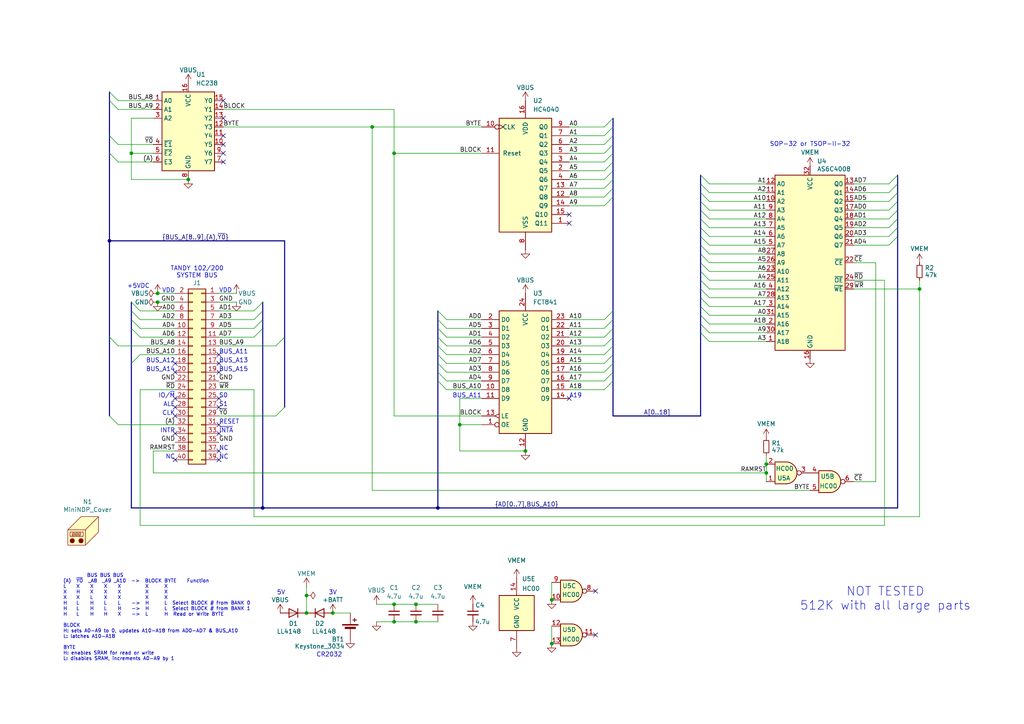
<source format=kicad_sch>
(kicad_sch (version 20231120) (generator "eeschema") (generator_version "8.0")
  (paper "A4")
  (title_block (title "MiniNDP 512") (date "2024-11-25") (rev "G01") (company "Brian K. White - b.kenyon.w@gmail.com") (comment 1 "github.com/bkw777/NODE_DATAPAC") (comment 2 "Use with RAM100.CO or RAM200.CO") (comment 3 "Work-alike of NODE Systems DATAPAC / RAMPAC"))
  (lib_symbols
    (symbol "000_LOCAL:4040" (pin_names (offset 1.016))
      (property "Reference" "U" (at -7.62 16.51 0))
      (property "Value" "4040" (at -7.62 -19.05 0))
      (symbol "4040_1_0"
        (pin output line (at 12.7 -15.24 180) (length 5.08) (name "Q11") (number "1"))
        (pin input inverted_clock (at -12.7 12.7 0) (length 5.08) (name "CLK") (number "10"))
        (pin input line (at -12.7 5.08 0) (length 5.08) (name "Reset") (number "11"))
        (pin output line (at 12.7 -7.62 180) (length 5.08) (name "Q8") (number "12"))
        (pin output line (at 12.7 -5.08 180) (length 5.08) (name "Q7") (number "13"))
        (pin output line (at 12.7 -10.16 180) (length 5.08) (name "Q9") (number "14"))
        (pin output line (at 12.7 -12.7 180) (length 5.08) (name "Q10") (number "15"))
        (pin power_in line (at 0 20.32 270) (length 5.08) (name "VDD") (number "16"))
        (pin output line (at 12.7 0 180) (length 5.08) (name "Q5") (number "2"))
        (pin output line (at 12.7 2.54 180) (length 5.08) (name "Q4") (number "3"))
        (pin output line (at 12.7 -2.54 180) (length 5.08) (name "Q6") (number "4"))
        (pin output line (at 12.7 5.08 180) (length 5.08) (name "Q3") (number "5"))
        (pin output line (at 12.7 7.62 180) (length 5.08) (name "Q2") (number "6"))
        (pin output line (at 12.7 10.16 180) (length 5.08) (name "Q1") (number "7"))
        (pin power_in line (at 0 -22.86 90) (length 5.08) (name "VSS") (number "8"))
        (pin output line (at 12.7 12.7 180) (length 5.08) (name "Q0") (number "9"))
      )
    )
    (symbol "000_LOCAL:74xx00"
      (property "Reference" "U" (at 1.524 8.636 0))
      (property "Value" "74xx00" (at 3.302 6.604 0))
      (symbol "74xx00_1_1"
        (pin input line (at -6.35 2.54 0) (length 2.54) (name "~") (number "1"))
        (pin input line (at -6.35 -2.54 0) (length 2.54) (name "~") (number "2"))
        (pin output inverted (at 6.35 0 180) (length 3.81) (name "~") (number "3"))
      )
      (symbol "74xx00_2_1"
        (pin input line (at -6.35 2.54 0) (length 2.54) (name "~") (number "4"))
        (pin input line (at -6.35 -2.54 0) (length 2.54) (name "~") (number "5"))
        (pin output inverted (at 6.35 0 180) (length 3.81) (name "~") (number "6"))
      )
      (symbol "74xx00_3_1"
        (pin input line (at -6.35 -2.54 0) (length 2.54) (name "~") (number "10"))
        (pin output inverted (at 6.35 0 180) (length 3.81) (name "~") (number "8"))
        (pin input line (at -6.35 2.54 0) (length 2.54) (name "~") (number "9"))
      )
      (symbol "74xx00_4_1"
        (pin output inverted (at 6.35 0 180) (length 3.81) (name "~") (number "11"))
        (pin input line (at -6.35 2.54 0) (length 2.54) (name "~") (number "12"))
        (pin input line (at -6.35 -2.54 0) (length 2.54) (name "~") (number "13"))
      )
      (symbol "74xx00_5_1"
        (pin power_in line (at 0 10.16 270) (length 5.08) (name "VCC") (number "14"))
        (pin power_in line (at 0 -10.16 90) (length 5.08) (name "GND") (number "7"))
      )
    )
    (symbol "000_LOCAL:AS6C4008_DIP"
      (property "Reference" "U" (at -10.16 23.495 0))
      (property "Value" "AS6C4008_DIP" (at 2.54 23.495 0))
      (symbol "AS6C4008_DIP_1_0"
        (pin power_in line (at 0 -30.48 90) (length 2.54) (name "GND") (number "16"))
        (pin power_in line (at 0 25.4 270) (length 2.54) (name "VCC") (number "32"))
      )
      (symbol "AS6C4008_DIP_1_1"
        (pin input line (at -12.7 -25.4 0) (length 2.54) (name "A18") (number "1"))
        (pin input line (at -12.7 15.24 0) (length 2.54) (name "A2") (number "10"))
        (pin input line (at -12.7 17.78 0) (length 2.54) (name "A1") (number "11"))
        (pin input line (at -12.7 20.32 0) (length 2.54) (name "A0") (number "12"))
        (pin tri_state line (at 12.7 20.32 180) (length 2.54) (name "Q0") (number "13"))
        (pin tri_state line (at 12.7 17.78 180) (length 2.54) (name "Q1") (number "14"))
        (pin tri_state line (at 12.7 15.24 180) (length 2.54) (name "Q2") (number "15"))
        (pin tri_state line (at 12.7 12.7 180) (length 2.54) (name "Q3") (number "17"))
        (pin tri_state line (at 12.7 10.16 180) (length 2.54) (name "Q4") (number "18"))
        (pin tri_state line (at 12.7 7.62 180) (length 2.54) (name "Q5") (number "19"))
        (pin input line (at -12.7 -20.32 0) (length 2.54) (name "A16") (number "2"))
        (pin tri_state line (at 12.7 5.08 180) (length 2.54) (name "Q6") (number "20"))
        (pin tri_state line (at 12.7 2.54 180) (length 2.54) (name "Q7") (number "21"))
        (pin input line (at 12.7 -2.54 180) (length 2.54) (name "~{CE}") (number "22"))
        (pin input line (at -12.7 -5.08 0) (length 2.54) (name "A10") (number "23"))
        (pin input line (at 12.7 -7.62 180) (length 2.54) (name "~{OE}") (number "24"))
        (pin input line (at -12.7 -7.62 0) (length 2.54) (name "A11") (number "25"))
        (pin input line (at -12.7 -2.54 0) (length 2.54) (name "A9") (number "26"))
        (pin input line (at -12.7 0 0) (length 2.54) (name "A8") (number "27"))
        (pin input line (at -12.7 -12.7 0) (length 2.54) (name "A13") (number "28"))
        (pin input line (at 12.7 -10.16 180) (length 2.54) (name "~{WE}") (number "29"))
        (pin input line (at -12.7 -15.24 0) (length 2.54) (name "A14") (number "3"))
        (pin input line (at -12.7 -22.86 0) (length 2.54) (name "A17") (number "30"))
        (pin input line (at -12.7 -17.78 0) (length 2.54) (name "A15") (number "31"))
        (pin input line (at -12.7 -10.16 0) (length 2.54) (name "A12") (number "4"))
        (pin input line (at -12.7 2.54 0) (length 2.54) (name "A7") (number "5"))
        (pin input line (at -12.7 5.08 0) (length 2.54) (name "A6") (number "6"))
        (pin input line (at -12.7 7.62 0) (length 2.54) (name "A5") (number "7"))
        (pin input line (at -12.7 10.16 0) (length 2.54) (name "A4") (number "8"))
        (pin input line (at -12.7 12.7 0) (length 2.54) (name "A3") (number "9"))
      )
    )
    (symbol "000_LOCAL:Battery_Cell" (pin_numbers hide) (pin_names (offset 0) hide)
      (property "Reference" "BT" (at 2.54 2.54 0))
      (property "Value" "Battery_Cell" (at 2.54 0 0))
      (symbol "Battery_Cell_1_1"
        (pin passive line (at 0 5.08 270) (length 2.54) (name "+") (number "1"))
        (pin passive line (at 0 -2.54 90) (length 2.54) (name "-") (number "2"))
      )
    )
    (symbol "000_LOCAL:C" (pin_numbers hide) (pin_names (offset 0.254) hide)
      (property "Reference" "C" (at 0.254 1.778 0))
      (property "Value" "C" (at 0.254 -2.032 0))
      (symbol "C_1_1"
        (pin passive line (at 0 2.54 270) (length 2.032) (name "~") (number "1"))
        (pin passive line (at 0 -2.54 90) (length 2.032) (name "~") (number "2"))
      )
    )
    (symbol "000_LOCAL:Conn_02x20_Odd_Even" (pin_names (offset 1.016) hide)
      (property "Reference" "J" (at 1.27 25.4 0))
      (property "Value" "Conn_02x20_Odd_Even" (at 1.27 -27.94 0))
      (symbol "Conn_02x20_Odd_Even_1_1"
        (pin passive line (at -5.08 22.86 0) (length 3.81) (name "Pin_1") (number "1"))
        (pin passive line (at 7.62 12.7 180) (length 3.81) (name "Pin_10") (number "10"))
        (pin passive line (at -5.08 10.16 0) (length 3.81) (name "Pin_11") (number "11"))
        (pin passive line (at 7.62 10.16 180) (length 3.81) (name "Pin_12") (number "12"))
        (pin passive line (at -5.08 7.62 0) (length 3.81) (name "Pin_13") (number "13"))
        (pin passive line (at 7.62 7.62 180) (length 3.81) (name "Pin_14") (number "14"))
        (pin passive line (at -5.08 5.08 0) (length 3.81) (name "Pin_15") (number "15"))
        (pin passive line (at 7.62 5.08 180) (length 3.81) (name "Pin_16") (number "16"))
        (pin passive line (at -5.08 2.54 0) (length 3.81) (name "Pin_17") (number "17"))
        (pin passive line (at 7.62 2.54 180) (length 3.81) (name "Pin_18") (number "18"))
        (pin passive line (at -5.08 0 0) (length 3.81) (name "Pin_19") (number "19"))
        (pin passive line (at 7.62 22.86 180) (length 3.81) (name "Pin_2") (number "2"))
        (pin passive line (at 7.62 0 180) (length 3.81) (name "Pin_20") (number "20"))
        (pin passive line (at -5.08 -2.54 0) (length 3.81) (name "Pin_21") (number "21"))
        (pin passive line (at 7.62 -2.54 180) (length 3.81) (name "Pin_22") (number "22"))
        (pin passive line (at -5.08 -5.08 0) (length 3.81) (name "Pin_23") (number "23"))
        (pin passive line (at 7.62 -5.08 180) (length 3.81) (name "Pin_24") (number "24"))
        (pin passive line (at -5.08 -7.62 0) (length 3.81) (name "Pin_25") (number "25"))
        (pin passive line (at 7.62 -7.62 180) (length 3.81) (name "Pin_26") (number "26"))
        (pin passive line (at -5.08 -10.16 0) (length 3.81) (name "Pin_27") (number "27"))
        (pin passive line (at 7.62 -10.16 180) (length 3.81) (name "Pin_28") (number "28"))
        (pin passive line (at -5.08 -12.7 0) (length 3.81) (name "Pin_29") (number "29"))
        (pin passive line (at -5.08 20.32 0) (length 3.81) (name "Pin_3") (number "3"))
        (pin passive line (at 7.62 -12.7 180) (length 3.81) (name "Pin_30") (number "30"))
        (pin passive line (at -5.08 -15.24 0) (length 3.81) (name "Pin_31") (number "31"))
        (pin passive line (at 7.62 -15.24 180) (length 3.81) (name "Pin_32") (number "32"))
        (pin passive line (at -5.08 -17.78 0) (length 3.81) (name "Pin_33") (number "33"))
        (pin passive line (at 7.62 -17.78 180) (length 3.81) (name "Pin_34") (number "34"))
        (pin passive line (at -5.08 -20.32 0) (length 3.81) (name "Pin_35") (number "35"))
        (pin passive line (at 7.62 -20.32 180) (length 3.81) (name "Pin_36") (number "36"))
        (pin passive line (at -5.08 -22.86 0) (length 3.81) (name "Pin_37") (number "37"))
        (pin passive line (at 7.62 -22.86 180) (length 3.81) (name "Pin_38") (number "38"))
        (pin passive line (at -5.08 -25.4 0) (length 3.81) (name "Pin_39") (number "39"))
        (pin passive line (at 7.62 20.32 180) (length 3.81) (name "Pin_4") (number "4"))
        (pin passive line (at 7.62 -25.4 180) (length 3.81) (name "Pin_40") (number "40"))
        (pin passive line (at -5.08 17.78 0) (length 3.81) (name "Pin_5") (number "5"))
        (pin passive line (at 7.62 17.78 180) (length 3.81) (name "Pin_6") (number "6"))
        (pin passive line (at -5.08 15.24 0) (length 3.81) (name "Pin_7") (number "7"))
        (pin passive line (at 7.62 15.24 180) (length 3.81) (name "Pin_8") (number "8"))
        (pin passive line (at -5.08 12.7 0) (length 3.81) (name "Pin_9") (number "9"))
      )
    )
    (symbol "000_LOCAL:FCT841"
      (property "Reference" "U" (at -6.604 17.526 0))
      (property "Value" "FCT841" (at 5.334 17.526 0))
      (symbol "FCT841_1_0"
        (pin input inverted (at -12.7 -17.78 0) (length 5.08) (name "OE") (number "1"))
        (pin input line (at -12.7 -7.62 0) (length 5.08) (name "D8") (number "10"))
        (pin input line (at -12.7 -10.16 0) (length 5.08) (name "D9") (number "11"))
        (pin power_in line (at 0 -25.4 90) (length 5.08) (name "GND") (number "12"))
        (pin input edge_clock_high (at -12.7 -15.24 0) (length 5.08) (name "LE") (number "13"))
        (pin tri_state line (at 12.7 -10.16 180) (length 5.08) (name "O9") (number "14"))
        (pin tri_state line (at 12.7 -7.62 180) (length 5.08) (name "O8") (number "15"))
        (pin tri_state line (at 12.7 -5.08 180) (length 5.08) (name "O7") (number "16"))
        (pin tri_state line (at 12.7 -2.54 180) (length 5.08) (name "O6") (number "17"))
        (pin tri_state line (at 12.7 0 180) (length 5.08) (name "O5") (number "18"))
        (pin tri_state line (at 12.7 2.54 180) (length 5.08) (name "O4") (number "19"))
        (pin input line (at -12.7 12.7 0) (length 5.08) (name "D0") (number "2"))
        (pin tri_state line (at 12.7 5.08 180) (length 5.08) (name "O3") (number "20"))
        (pin tri_state line (at 12.7 7.62 180) (length 5.08) (name "O2") (number "21"))
        (pin tri_state line (at 12.7 10.16 180) (length 5.08) (name "O1") (number "22"))
        (pin tri_state line (at 12.7 12.7 180) (length 5.08) (name "O0") (number "23"))
        (pin power_in line (at 0 20.32 270) (length 5.08) (name "VCC") (number "24"))
        (pin input line (at -12.7 10.16 0) (length 5.08) (name "D1") (number "3"))
        (pin input line (at -12.7 7.62 0) (length 5.08) (name "D2") (number "4"))
        (pin input line (at -12.7 5.08 0) (length 5.08) (name "D3") (number "5"))
        (pin input line (at -12.7 2.54 0) (length 5.08) (name "D4") (number "6"))
        (pin input line (at -12.7 0 0) (length 5.08) (name "D5") (number "7"))
        (pin input line (at -12.7 -2.54 0) (length 5.08) (name "D6") (number "8"))
        (pin input line (at -12.7 -5.08 0) (length 5.08) (name "D7") (number "9"))
      )
    )
    (symbol "000_LOCAL:HC238"
      (property "Reference" "U" (at -7.62 13.97 0))
      (property "Value" "HC238" (at 2.54 -11.43 0))
      (symbol "HC238_1_1"
        (pin input line (at -10.16 10.16 0) (length 2.54) (name "A0") (number "1"))
        (pin output line (at 10.16 -2.54 180) (length 2.54) (name "Y5") (number "10"))
        (pin output line (at 10.16 0 180) (length 2.54) (name "Y4") (number "11"))
        (pin output line (at 10.16 2.54 180) (length 2.54) (name "Y3") (number "12"))
        (pin output line (at 10.16 5.08 180) (length 2.54) (name "Y2") (number "13"))
        (pin output line (at 10.16 7.62 180) (length 2.54) (name "Y1") (number "14"))
        (pin output line (at 10.16 10.16 180) (length 2.54) (name "Y0") (number "15"))
        (pin power_in line (at 0 15.24 270) (length 2.54) (name "VCC") (number "16"))
        (pin input line (at -10.16 7.62 0) (length 2.54) (name "A1") (number "2"))
        (pin input line (at -10.16 5.08 0) (length 2.54) (name "A2") (number "3"))
        (pin input line (at -10.16 -2.54 0) (length 2.54) (name "~{E1}") (number "4"))
        (pin input line (at -10.16 -5.08 0) (length 2.54) (name "~{E2}") (number "5"))
        (pin input line (at -10.16 -7.62 0) (length 2.54) (name "E3") (number "6"))
        (pin output line (at 10.16 -7.62 180) (length 2.54) (name "Y7") (number "7"))
        (pin power_in line (at 0 -12.7 90) (length 2.54) (name "GND") (number "8"))
        (pin output line (at 10.16 -5.08 180) (length 2.54) (name "Y6") (number "9"))
      )
    )
    (symbol "000_LOCAL:Housing" (pin_names (offset 1.016)) (exclude_from_sim yes)
      (property "Reference" "N" (at 3.81 0 0))
      (property "Value" "Housing" (at 3.81 -1.905 0))
    )
    (symbol "000_LOCAL:LL4148" (pin_numbers hide) (pin_names hide)
      (property "Reference" "D" (at 0 2.54 0))
      (property "Value" "LL4148" (at 0 -2.54 0))
      (symbol "LL4148_1_1"
        (pin passive line (at -3.81 0 0) (length 2.54) (name "K") (number "1"))
        (pin passive line (at 3.81 0 180) (length 2.54) (name "A") (number "2"))
      )
    )
    (symbol "000_LOCAL:R" (pin_numbers hide) (pin_names (offset 0.254) hide)
      (property "Reference" "R" (at 0.762 0.508 0))
      (property "Value" "R_Small" (at 0.762 -1.016 0))
      (symbol "R_1_1"
        (pin passive line (at 0 2.54 270) (length 0.762) (name "~") (number "1"))
        (pin passive line (at 0 -2.54 90) (length 0.762) (name "~") (number "2"))
      )
    )
    (symbol "power:+BATT" (power) (pin_numbers hide) (pin_names (offset 0) hide)
      (property "Value" "+BATT" (at 0 3.556 0))
      (symbol "+BATT_1_1"
        (pin power_in line (at 0 0 90) (length 0) (name "~") (number "1"))
      )
    )
    (symbol "power:GND" (power) (pin_numbers hide) (pin_names (offset 0) hide)
      (property "Value" "GND" (at 0 -3.81 0))
      (symbol "GND_1_1"
        (pin power_in line (at 0 0 270) (length 0) (name "~") (number "1"))
      )
    )
    (symbol "power:PWR_FLAG" (power) (pin_numbers hide) (pin_names (offset 0) hide)
      (property "Value" "PWR_FLAG" (at 0 3.81 0))
      (symbol "PWR_FLAG_0_0"
        (pin power_out line (at 0 0 90) (length 0) (name "~") (number "1"))
      )
    )
    (symbol "power:VBUS" (power) (pin_numbers hide) (pin_names (offset 0) hide)
      (property "Value" "VBUS" (at 0 3.556 0))
      (symbol "VBUS_1_1"
        (pin power_in line (at 0 0 90) (length 0) (name "~") (number "1"))
      )
    )
    (symbol "power:VMEM" (power) (pin_numbers hide) (pin_names (offset 0) hide)
      (property "Value" "VMEM" (at 0 3.556 0))
      (symbol "VMEM_1_1"
        (pin power_in line (at 0 0 90) (length 0) (name "~") (number "1"))
      )
    )
  )
  (junction (at 120.65 180.34))
  (junction (at 133.35 123.19))
  (junction (at 160.02 173.99))
  (junction (at 222.25 137.16))
  (junction (at 45.72 85.09))
  (junction (at 96.52 177.8))
  (junction (at 114.3 44.45))
  (junction (at 114.3 180.34))
  (junction (at 120.65 175.26))
  (junction (at 127 147.32))
  (junction (at 45.72 87.63))
  (junction (at 88.9 177.8))
  (junction (at 76.2 147.32))
  (junction (at 152.4 130.81))
  (junction (at 107.95 36.83))
  (junction (at 31.75 69.85))
  (junction (at 160.02 186.69))
  (junction (at 38.1 44.45))
  (junction (at 88.9 172.72))
  (junction (at 54.61 52.07))
  (junction (at 114.3 175.26))
  (junction (at 266.7 83.82))
  (junction (at 222.25 134.62))
  (no_connect (at 63.5 123.19))
  (no_connect (at 63.5 107.95))
  (no_connect (at 64.77 29.21))
  (no_connect (at 50.8 133.35))
  (no_connect (at 63.5 115.57))
  (no_connect (at 63.5 133.35))
  (no_connect (at 172.72 171.45))
  (no_connect (at 64.77 46.99))
  (no_connect (at 50.8 115.57))
  (no_connect (at 165.1 64.77))
  (no_connect (at 50.8 105.41))
  (no_connect (at 64.77 39.37))
  (no_connect (at 64.77 41.91))
  (no_connect (at 50.8 107.95))
  (no_connect (at 50.8 125.73))
  (no_connect (at 50.8 118.11))
  (no_connect (at 50.8 120.65))
  (no_connect (at 63.5 130.81))
  (no_connect (at 165.1 62.23))
  (no_connect (at 63.5 105.41))
  (no_connect (at 165.1 115.57))
  (no_connect (at 63.5 118.11))
  (no_connect (at 63.5 125.73))
  (no_connect (at 64.77 34.29))
  (no_connect (at 63.5 102.87))
  (no_connect (at 64.77 44.45))
  (no_connect (at 172.72 184.15))
  (bus_entry (at 257.81 55.88) (size 2.54 -2.54))
  (bus_entry (at 40.64 95.25) (size -2.54 -2.54))
  (bus_entry (at 127 107.95) (size 2.54 2.54))
  (bus_entry (at 205.74 63.5) (size -2.54 -2.54))
  (bus_entry (at 38.1 105.41) (size 2.54 -2.54))
  (bus_entry (at 175.26 102.87) (size 2.54 -2.54))
  (bus_entry (at 175.26 39.37) (size 2.54 -2.54))
  (bus_entry (at 127 110.49) (size 2.54 2.54))
  (bus_entry (at 205.74 66.04) (size -2.54 -2.54))
  (bus_entry (at 205.74 76.2) (size -2.54 -2.54))
  (bus_entry (at 175.26 105.41) (size 2.54 -2.54))
  (bus_entry (at 127 102.87) (size 2.54 2.54))
  (bus_entry (at 31.75 39.37) (size 2.54 2.54))
  (bus_entry (at 40.64 97.79) (size -2.54 -2.54))
  (bus_entry (at 205.74 88.9) (size -2.54 -2.54))
  (bus_entry (at 40.64 90.17) (size -2.54 -2.54))
  (bus_entry (at 31.75 29.21) (size 2.54 2.54))
  (bus_entry (at 175.26 52.07) (size 2.54 -2.54))
  (bus_entry (at 205.74 71.12) (size -2.54 -2.54))
  (bus_entry (at 205.74 68.58) (size -2.54 -2.54))
  (bus_entry (at 205.74 60.96) (size -2.54 -2.54))
  (bus_entry (at 175.26 59.69) (size 2.54 -2.54))
  (bus_entry (at 175.26 44.45) (size 2.54 -2.54))
  (bus_entry (at 175.26 46.99) (size 2.54 -2.54))
  (bus_entry (at 205.74 73.66) (size -2.54 -2.54))
  (bus_entry (at 205.74 81.28) (size -2.54 -2.54))
  (bus_entry (at 175.26 36.83) (size 2.54 -2.54))
  (bus_entry (at 73.66 90.17) (size 2.54 -2.54))
  (bus_entry (at 82.55 118.11) (size -2.54 2.54))
  (bus_entry (at 175.26 97.79) (size 2.54 -2.54))
  (bus_entry (at 175.26 54.61) (size 2.54 -2.54))
  (bus_entry (at 205.74 96.52) (size -2.54 -2.54))
  (bus_entry (at 257.81 63.5) (size 2.54 -2.54))
  (bus_entry (at 175.26 107.95) (size 2.54 -2.54))
  (bus_entry (at 205.74 55.88) (size -2.54 -2.54))
  (bus_entry (at 175.26 49.53) (size 2.54 -2.54))
  (bus_entry (at 82.55 97.79) (size -2.54 2.54))
  (bus_entry (at 257.81 66.04) (size 2.54 -2.54))
  (bus_entry (at 127 105.41) (size 2.54 2.54))
  (bus_entry (at 205.74 93.98) (size -2.54 -2.54))
  (bus_entry (at 31.75 26.67) (size 2.54 2.54))
  (bus_entry (at 31.75 44.45) (size 2.54 2.54))
  (bus_entry (at 205.74 78.74) (size -2.54 -2.54))
  (bus_entry (at 257.81 71.12) (size 2.54 -2.54))
  (bus_entry (at 257.81 68.58) (size 2.54 -2.54))
  (bus_entry (at 175.26 41.91) (size 2.54 -2.54))
  (bus_entry (at 40.64 92.71) (size -2.54 -2.54))
  (bus_entry (at 73.66 97.79) (size 2.54 -2.54))
  (bus_entry (at 127 90.17) (size 2.54 2.54))
  (bus_entry (at 175.26 95.25) (size 2.54 -2.54))
  (bus_entry (at 205.74 83.82) (size -2.54 -2.54))
  (bus_entry (at 257.81 58.42) (size 2.54 -2.54))
  (bus_entry (at 127 100.33) (size 2.54 2.54))
  (bus_entry (at 257.81 53.34) (size 2.54 -2.54))
  (bus_entry (at 205.74 91.44) (size -2.54 -2.54))
  (bus_entry (at 175.26 92.71) (size 2.54 -2.54))
  (bus_entry (at 205.74 86.36) (size -2.54 -2.54))
  (bus_entry (at 257.81 60.96) (size 2.54 -2.54))
  (bus_entry (at 31.75 97.79) (size 2.54 2.54))
  (bus_entry (at 127 97.79) (size 2.54 2.54))
  (bus_entry (at 205.74 99.06) (size -2.54 -2.54))
  (bus_entry (at 175.26 100.33) (size 2.54 -2.54))
  (bus_entry (at 205.74 53.34) (size -2.54 -2.54))
  (bus_entry (at 73.66 92.71) (size 2.54 -2.54))
  (bus_entry (at 175.26 113.03) (size 2.54 -2.54))
  (bus_entry (at 127 92.71) (size 2.54 2.54))
  (bus_entry (at 127 95.25) (size 2.54 2.54))
  (bus_entry (at 205.74 58.42) (size -2.54 -2.54))
  (bus_entry (at 175.26 110.49) (size 2.54 -2.54))
  (bus_entry (at 34.29 123.19) (size -2.54 -2.54))
  (bus_entry (at 175.26 57.15) (size 2.54 -2.54))
  (bus_entry (at 73.66 95.25) (size 2.54 -2.54))
  (bus (pts (xy 127 102.87) (xy 127 105.41)))
  (bus (pts (xy 177.8 52.07) (xy 177.8 54.61)))
  (wire (pts (xy 165.1 41.91) (xy 175.26 41.91)))
  (bus (pts (xy 177.8 36.83) (xy 177.8 39.37)))
  (bus (pts (xy 203.2 86.36) (xy 203.2 88.9)))
  (wire (pts (xy 101.6 177.8) (xy 96.52 177.8)))
  (wire (pts (xy 133.35 115.57) (xy 133.35 123.19)))
  (wire (pts (xy 107.95 142.24) (xy 234.95 142.24)))
  (bus (pts (xy 76.2 147.32) (xy 127 147.32)))
  (wire (pts (xy 247.65 139.7) (xy 254 139.7)))
  (wire (pts (xy 44.45 130.81) (xy 44.45 137.16)))
  (wire (pts (xy 205.74 73.66) (xy 222.25 73.66)))
  (bus (pts (xy 203.2 96.52) (xy 203.2 93.98)))
  (wire (pts (xy 247.65 71.12) (xy 257.81 71.12)))
  (wire (pts (xy 129.54 105.41) (xy 139.7 105.41)))
  (wire (pts (xy 133.35 123.19) (xy 133.35 130.81)))
  (wire (pts (xy 205.74 58.42) (xy 222.25 58.42)))
  (wire (pts (xy 165.1 100.33) (xy 175.26 100.33)))
  (bus (pts (xy 203.2 71.12) (xy 203.2 73.66)))
  (wire (pts (xy 34.29 41.91) (xy 44.45 41.91)))
  (wire (pts (xy 40.64 97.79) (xy 50.8 97.79)))
  (bus (pts (xy 82.55 69.85) (xy 82.55 97.79)))
  (bus (pts (xy 177.8 120.65) (xy 203.2 120.65)))
  (wire (pts (xy 34.29 100.33) (xy 50.8 100.33)))
  (bus (pts (xy 203.2 53.34) (xy 203.2 55.88)))
  (wire (pts (xy 114.3 31.75) (xy 114.3 44.45)))
  (bus (pts (xy 177.8 107.95) (xy 177.8 110.49)))
  (bus (pts (xy 38.1 90.17) (xy 38.1 92.71)))
  (wire (pts (xy 205.74 78.74) (xy 222.25 78.74)))
  (wire (pts (xy 114.3 44.45) (xy 114.3 120.65)))
  (wire (pts (xy 114.3 180.34) (xy 120.65 180.34)))
  (wire (pts (xy 40.64 90.17) (xy 50.8 90.17)))
  (wire (pts (xy 129.54 113.03) (xy 139.7 113.03)))
  (bus (pts (xy 177.8 46.99) (xy 177.8 49.53)))
  (wire (pts (xy 63.5 100.33) (xy 80.01 100.33)))
  (wire (pts (xy 165.1 52.07) (xy 175.26 52.07)))
  (wire (pts (xy 64.77 31.75) (xy 114.3 31.75)))
  (bus (pts (xy 260.35 60.96) (xy 260.35 63.5)))
  (wire (pts (xy 247.65 66.04) (xy 257.81 66.04)))
  (bus (pts (xy 177.8 100.33) (xy 177.8 102.87)))
  (wire (pts (xy 165.1 113.03) (xy 175.26 113.03)))
  (wire (pts (xy 205.74 68.58) (xy 222.25 68.58)))
  (bus (pts (xy 203.2 50.8) (xy 203.2 53.34)))
  (wire (pts (xy 165.1 92.71) (xy 175.26 92.71)))
  (wire (pts (xy 205.74 55.88) (xy 222.25 55.88)))
  (wire (pts (xy 165.1 110.49) (xy 175.26 110.49)))
  (bus (pts (xy 203.2 68.58) (xy 203.2 71.12)))
  (wire (pts (xy 165.1 102.87) (xy 175.26 102.87)))
  (wire (pts (xy 205.74 81.28) (xy 222.25 81.28)))
  (bus (pts (xy 203.2 66.04) (xy 203.2 68.58)))
  (wire (pts (xy 160.02 181.61) (xy 160.02 186.69)))
  (wire (pts (xy 205.74 91.44) (xy 222.25 91.44)))
  (wire (pts (xy 45.72 85.09) (xy 50.8 85.09)))
  (wire (pts (xy 73.66 113.03) (xy 73.66 149.86)))
  (bus (pts (xy 38.1 105.41) (xy 38.1 147.32)))
  (wire (pts (xy 205.74 60.96) (xy 222.25 60.96)))
  (bus (pts (xy 203.2 60.96) (xy 203.2 63.5)))
  (wire (pts (xy 129.54 102.87) (xy 139.7 102.87)))
  (bus (pts (xy 260.35 63.5) (xy 260.35 66.04)))
  (bus (pts (xy 203.2 73.66) (xy 203.2 76.2)))
  (wire (pts (xy 63.5 90.17) (xy 73.66 90.17)))
  (wire (pts (xy 40.64 95.25) (xy 50.8 95.25)))
  (wire (pts (xy 222.25 132.08) (xy 222.25 134.62)))
  (bus (pts (xy 31.75 97.79) (xy 31.75 120.65)))
  (wire (pts (xy 68.58 87.63) (xy 63.5 87.63)))
  (bus (pts (xy 177.8 39.37) (xy 177.8 41.91)))
  (wire (pts (xy 165.1 39.37) (xy 175.26 39.37)))
  (bus (pts (xy 177.8 97.79) (xy 177.8 100.33)))
  (bus (pts (xy 177.8 34.29) (xy 177.8 36.83)))
  (bus (pts (xy 260.35 55.88) (xy 260.35 58.42)))
  (bus (pts (xy 177.8 41.91) (xy 177.8 44.45)))
  (bus (pts (xy 177.8 92.71) (xy 177.8 95.25)))
  (bus (pts (xy 177.8 102.87) (xy 177.8 105.41)))
  (wire (pts (xy 165.1 49.53) (xy 175.26 49.53)))
  (wire (pts (xy 165.1 105.41) (xy 175.26 105.41)))
  (wire (pts (xy 205.74 88.9) (xy 222.25 88.9)))
  (bus (pts (xy 203.2 120.65) (xy 203.2 96.52)))
  (bus (pts (xy 127 100.33) (xy 127 102.87)))
  (wire (pts (xy 88.9 172.72) (xy 88.9 177.8)))
  (wire (pts (xy 165.1 36.83) (xy 175.26 36.83)))
  (bus (pts (xy 177.8 95.25) (xy 177.8 97.79)))
  (wire (pts (xy 114.3 44.45) (xy 139.7 44.45)))
  (bus (pts (xy 82.55 97.79) (xy 82.55 118.11)))
  (wire (pts (xy 247.65 83.82) (xy 266.7 83.82)))
  (wire (pts (xy 247.65 60.96) (xy 257.81 60.96)))
  (wire (pts (xy 129.54 92.71) (xy 139.7 92.71)))
  (bus (pts (xy 38.1 95.25) (xy 38.1 105.41)))
  (wire (pts (xy 63.5 113.03) (xy 73.66 113.03)))
  (wire (pts (xy 129.54 110.49) (xy 139.7 110.49)))
  (wire (pts (xy 205.74 53.34) (xy 222.25 53.34)))
  (wire (pts (xy 165.1 95.25) (xy 175.26 95.25)))
  (wire (pts (xy 45.72 87.63) (xy 50.8 87.63)))
  (wire (pts (xy 120.65 180.34) (xy 127 180.34)))
  (wire (pts (xy 165.1 59.69) (xy 175.26 59.69)))
  (bus (pts (xy 177.8 120.65) (xy 177.8 110.49)))
  (wire (pts (xy 165.1 46.99) (xy 175.26 46.99)))
  (bus (pts (xy 260.35 53.34) (xy 260.35 55.88)))
  (bus (pts (xy 31.75 39.37) (xy 31.75 44.45)))
  (wire (pts (xy 38.1 44.45) (xy 38.1 52.07)))
  (bus (pts (xy 127 110.49) (xy 127 147.32)))
  (bus (pts (xy 260.35 66.04) (xy 260.35 68.58)))
  (bus (pts (xy 203.2 63.5) (xy 203.2 66.04)))
  (wire (pts (xy 127 175.26) (xy 120.65 175.26)))
  (bus (pts (xy 76.2 90.17) (xy 76.2 92.71)))
  (wire (pts (xy 107.95 36.83) (xy 139.7 36.83)))
  (bus (pts (xy 203.2 55.88) (xy 203.2 58.42)))
  (bus (pts (xy 260.35 50.8) (xy 260.35 53.34)))
  (bus (pts (xy 203.2 76.2) (xy 203.2 78.74)))
  (bus (pts (xy 76.2 92.71) (xy 76.2 95.25)))
  (wire (pts (xy 247.65 63.5) (xy 257.81 63.5)))
  (bus (pts (xy 203.2 88.9) (xy 203.2 91.44)))
  (wire (pts (xy 129.54 97.79) (xy 139.7 97.79)))
  (wire (pts (xy 205.74 76.2) (xy 222.25 76.2)))
  (bus (pts (xy 203.2 81.28) (xy 203.2 83.82)))
  (bus (pts (xy 127 95.25) (xy 127 97.79)))
  (bus (pts (xy 38.1 92.71) (xy 38.1 95.25)))
  (bus (pts (xy 260.35 68.58) (xy 260.35 147.32)))
  (wire (pts (xy 38.1 52.07) (xy 54.61 52.07)))
  (wire (pts (xy 63.5 92.71) (xy 73.66 92.71)))
  (wire (pts (xy 165.1 107.95) (xy 175.26 107.95)))
  (wire (pts (xy 205.74 63.5) (xy 222.25 63.5)))
  (bus (pts (xy 177.8 44.45) (xy 177.8 46.99)))
  (wire (pts (xy 205.74 71.12) (xy 222.25 71.12)))
  (bus (pts (xy 31.75 29.21) (xy 31.75 39.37)))
  (bus (pts (xy 260.35 58.42) (xy 260.35 60.96)))
  (wire (pts (xy 38.1 34.29) (xy 38.1 44.45)))
  (bus (pts (xy 76.2 87.63) (xy 76.2 90.17)))
  (wire (pts (xy 247.65 58.42) (xy 257.81 58.42)))
  (wire (pts (xy 129.54 100.33) (xy 139.7 100.33)))
  (bus (pts (xy 203.2 91.44) (xy 203.2 93.98)))
  (wire (pts (xy 68.58 85.09) (xy 63.5 85.09)))
  (wire (pts (xy 205.74 99.06) (xy 222.25 99.06)))
  (wire (pts (xy 38.1 44.45) (xy 44.45 44.45)))
  (wire (pts (xy 165.1 44.45) (xy 175.26 44.45)))
  (wire (pts (xy 247.65 55.88) (xy 257.81 55.88)))
  (bus (pts (xy 127 105.41) (xy 127 107.95)))
  (wire (pts (xy 247.65 53.34) (xy 257.81 53.34)))
  (bus (pts (xy 127 92.71) (xy 127 95.25)))
  (bus (pts (xy 177.8 49.53) (xy 177.8 52.07)))
  (wire (pts (xy 205.74 93.98) (xy 222.25 93.98)))
  (wire (pts (xy 133.35 123.19) (xy 139.7 123.19)))
  (wire (pts (xy 114.3 175.26) (xy 120.65 175.26)))
  (wire (pts (xy 266.7 83.82) (xy 266.7 149.86)))
  (wire (pts (xy 247.65 68.58) (xy 257.81 68.58)))
  (wire (pts (xy 40.64 113.03) (xy 40.64 152.4)))
  (wire (pts (xy 40.64 92.71) (xy 50.8 92.71)))
  (bus (pts (xy 177.8 90.17) (xy 177.8 92.71)))
  (wire (pts (xy 63.5 97.79) (xy 73.66 97.79)))
  (bus (pts (xy 31.75 69.85) (xy 31.75 97.79)))
  (wire (pts (xy 107.95 36.83) (xy 107.95 142.24)))
  (wire (pts (xy 266.7 81.28) (xy 266.7 83.82)))
  (wire (pts (xy 50.8 113.03) (xy 40.64 113.03)))
  (wire (pts (xy 266.7 149.86) (xy 73.66 149.86)))
  (wire (pts (xy 63.5 95.25) (xy 73.66 95.25)))
  (wire (pts (xy 34.29 29.21) (xy 44.45 29.21)))
  (wire (pts (xy 254 76.2) (xy 254 139.7)))
  (bus (pts (xy 203.2 83.82) (xy 203.2 86.36)))
  (wire (pts (xy 109.22 175.26) (xy 114.3 175.26)))
  (wire (pts (xy 133.35 115.57) (xy 139.7 115.57)))
  (bus (pts (xy 31.75 69.85) (xy 82.55 69.85)))
  (wire (pts (xy 63.5 120.65) (xy 80.01 120.65)))
  (bus (pts (xy 31.75 44.45) (xy 31.75 69.85)))
  (wire (pts (xy 165.1 54.61) (xy 175.26 54.61)))
  (wire (pts (xy 129.54 95.25) (xy 139.7 95.25)))
  (bus (pts (xy 127 147.32) (xy 260.35 147.32)))
  (wire (pts (xy 205.74 96.52) (xy 222.25 96.52)))
  (wire (pts (xy 222.25 134.62) (xy 222.25 137.16)))
  (bus (pts (xy 76.2 95.25) (xy 76.2 147.32)))
  (wire (pts (xy 44.45 130.81) (xy 50.8 130.81)))
  (bus (pts (xy 177.8 54.61) (xy 177.8 57.15)))
  (wire (pts (xy 133.35 130.81) (xy 152.4 130.81)))
  (wire (pts (xy 222.25 139.7) (xy 222.25 137.16)))
  (bus (pts (xy 127 97.79) (xy 127 100.33)))
  (bus (pts (xy 177.8 57.15) (xy 177.8 90.17)))
  (wire (pts (xy 165.1 57.15) (xy 175.26 57.15)))
  (wire (pts (xy 40.64 102.87) (xy 50.8 102.87)))
  (wire (pts (xy 205.74 66.04) (xy 222.25 66.04)))
  (wire (pts (xy 254 76.2) (xy 247.65 76.2)))
  (wire (pts (xy 88.9 170.18) (xy 88.9 172.72)))
  (bus (pts (xy 203.2 78.74) (xy 203.2 81.28)))
  (wire (pts (xy 247.65 81.28) (xy 256.54 81.28)))
  (bus (pts (xy 203.2 58.42) (xy 203.2 60.96)))
  (wire (pts (xy 34.29 46.99) (xy 44.45 46.99)))
  (wire (pts (xy 129.54 107.95) (xy 139.7 107.95)))
  (wire (pts (xy 256.54 152.4) (xy 256.54 81.28)))
  (wire (pts (xy 34.29 123.19) (xy 50.8 123.19)))
  (bus (pts (xy 38.1 87.63) (xy 38.1 90.17)))
  (wire (pts (xy 205.74 83.82) (xy 222.25 83.82)))
  (wire (pts (xy 38.1 34.29) (xy 44.45 34.29)))
  (bus (pts (xy 31.75 26.67) (xy 31.75 29.21)))
  (wire (pts (xy 34.29 31.75) (xy 44.45 31.75)))
  (bus (pts (xy 127 107.95) (xy 127 110.49)))
  (wire (pts (xy 165.1 97.79) (xy 175.26 97.79)))
  (wire (pts (xy 160.02 168.91) (xy 160.02 173.99)))
  (wire (pts (xy 44.45 137.16) (xy 222.25 137.16)))
  (wire (pts (xy 64.77 36.83) (xy 107.95 36.83)))
  (wire (pts (xy 109.22 180.34) (xy 114.3 180.34)))
  (wire (pts (xy 205.74 86.36) (xy 222.25 86.36)))
  (bus (pts (xy 127 90.17) (xy 127 92.71)))
  (bus (pts (xy 38.1 147.32) (xy 76.2 147.32)))
  (bus (pts (xy 177.8 105.41) (xy 177.8 107.95)))
  (wire (pts (xy 114.3 120.65) (xy 139.7 120.65)))
  (wire (pts (xy 40.64 152.4) (xy 256.54 152.4)))
  (text "BUS_A11" (at 63.5 102.87 0) (effects (font (size 1.27 1.27)) (justify left bottom)))
  (text "TANDY 102/200\nSYSTEM BUS" (at 57.15 80.772 0) (effects (font (size 1.27 1.27)) (justify bottom)))
  (text "+5VDC" (at 36.83 83.82 0) (effects (font (size 1.27 1.27)) (justify left bottom)))
  (text "BUS_A15" (at 63.5 107.95 0) (effects (font (size 1.27 1.27)) (justify left bottom)))
  (text "NOT TESTED\n512K with all large parts" (at 256.794 173.736 0) (effects (font (size 2.54 2.54))))
  (text "INTR" (at 50.8 125.73 0) (effects (font (size 1.27 1.27)) (justify right bottom)))
  (text "BUS_A14" (at 50.8 107.95 0) (effects (font (size 1.27 1.27)) (justify right bottom)))
  (text "ALE" (at 50.8 118.11 0) (effects (font (size 1.27 1.27)) (justify right bottom)))
  (text "S1" (at 63.5 118.11 0) (effects (font (size 1.27 1.27)) (justify left bottom)))
  (text "SOP-32 or TSOP-II-32" (at 234.95 41.91 0) (effects (font (size 1.27 1.27))))
  (text "NC" (at 63.5 133.35 0) (effects (font (size 1.27 1.27)) (justify left bottom)))
  (text "NC" (at 63.5 130.81 0) (effects (font (size 1.27 1.27)) (justify left bottom)))
  (text "~{INTA}" (at 63.5 125.73 0) (effects (font (size 1.27 1.27)) (justify left bottom)))
  (text "CR2032" (at 95.504 189.992 0) (effects (font (size 1.27 1.27))))
  (text "CLK" (at 50.8 120.65 0) (effects (font (size 1.27 1.27)) (justify right bottom)))
  (text "IO/~{M}" (at 50.8 115.57 0) (effects (font (size 1.27 1.27)) (justify right bottom)))
  (text "VDD" (at 50.8 85.09 0) (effects (font (size 1.27 1.27)) (justify right bottom)))
  (text "BUS_A11" (at 139.7 115.57 0) (effects (font (size 1.27 1.27)) (justify right bottom)))
  (text "3V" (at 96.52 171.958 0) (effects (font (size 1.27 1.27))))
  (text "S0" (at 63.5 115.57 0) (effects (font (size 1.27 1.27)) (justify left bottom)))
  (text "RESET" (at 63.5 123.19 0) (effects (font (size 1.27 1.27)) (justify left bottom)))
  (text "A19" (at 165.1 115.57 0) (effects (font (size 1.27 1.27)) (justify left bottom)))
  (text "NC" (at 50.8 133.35 0) (effects (font (size 1.27 1.27)) (justify right bottom)))
  (text "VDD" (at 63.5 85.09 0) (effects (font (size 1.27 1.27)) (justify left bottom)))
  (text "5V" (at 81.534 171.958 0) (effects (font (size 1.27 1.27))))
  (text "BUS_A13" (at 63.5 105.41 0) (effects (font (size 1.27 1.27)) (justify left bottom)))
  (text "         BUS BUS BUS\n(A)	~{YO}  _A8  _A9 _A10  ->  BLOCK BYTE    Function\nL	X	X	X	X		X	  X\nX	H	X	X	X		X	  X\nX	X	L	X	X		X	  X\nH	L	H	L	L	->  H	  L  Select BLOCK # from BANK 0\nH	L	H	L	H	->  H	  L  Select BLOCK # from BANK 1\nH	L	H	H	X	->  L	  H  Read or Write BYTE\n\nBLOCK\nH: sets A0-A9 to 0, updates A10-A18 from AD0-AD7 & BUS_A10\nL: latches A10-A18\n\nBYTE\nH: enables SRAM for read or write\nL: disables SRAM, increments A0-A9 by 1\n" (at 18.288 191.77 0) (effects (font (size 1 1)) (justify left bottom)))
  (text "BUS_A12" (at 50.8 105.41 0) (effects (font (size 1.27 1.27)) (justify right bottom)))
  (label "BUS_A8" (at 50.8 100.33 180))
  (label "~{RD}" (at 247.65 81.28 0))
  (label "A17" (at 165.1 110.49 0))
  (label "AD3" (at 63.5 92.71 0))
  (label "A1" (at 222.25 53.34 180))
  (label "~{CE}" (at 247.65 76.2 0))
  (label "A7" (at 222.25 86.36 180))
  (label "AD5" (at 139.7 95.25 180))
  (label "A13" (at 222.25 66.04 180))
  (label "AD0" (at 247.65 60.96 0))
  (label "~{CE}" (at 247.65 139.7 0))
  (label "A16" (at 222.25 83.82 180))
  (label "GND" (at 50.8 128.27 180))
  (label "A11" (at 165.1 95.25 0))
  (label "AD6" (at 139.7 100.33 180))
  (label "~{Y0}" (at 44.45 41.91 180))
  (label "AD1" (at 63.5 90.17 0))
  (label "GND" (at 50.8 87.63 180))
  (label "{AD[0..7],BUS_A10}" (at 143.51 147.32 0))
  (label "AD5" (at 247.65 58.42 0))
  (label "A10" (at 165.1 92.71 0))
  (label "RAMRST" (at 50.8 130.81 180))
  (label "AD7" (at 63.5 97.79 0))
  (label "AD2" (at 50.8 92.71 180))
  (label "~{Y0}" (at 63.5 120.65 0))
  (label "GND" (at 50.8 110.49 180))
  (label "AD1" (at 247.65 63.5 0))
  (label "A12" (at 165.1 97.79 0))
  (label "A17" (at 222.25 88.9 180))
  (label "A8" (at 165.1 57.15 0))
  (label "AD0" (at 139.7 92.71 180))
  (label "A3" (at 222.25 99.06 180))
  (label "A[0..18]" (at 186.69 120.65 0))
  (label "GND" (at 63.5 110.49 0))
  (label "A8" (at 222.25 73.66 180))
  (label "(A)" (at 44.45 46.99 180))
  (label "A18" (at 222.25 93.98 180))
  (label "A18" (at 165.1 113.03 0))
  (label "GND" (at 63.5 87.63 0))
  (label "RAMRST" (at 222.25 137.16 180))
  (label "A1" (at 165.1 39.37 0))
  (label "AD6" (at 50.8 97.79 180))
  (label "A2" (at 222.25 55.88 180))
  (label "A15" (at 222.25 71.12 180))
  (label "A4" (at 165.1 46.99 0))
  (label "BLOCK" (at 64.77 31.75 0))
  (label "A9" (at 165.1 59.69 0))
  (label "A6" (at 165.1 52.07 0))
  (label "A6" (at 222.25 78.74 180))
  (label "A9" (at 222.25 96.52 180))
  (label "AD4" (at 139.7 110.49 180))
  (label "AD7" (at 247.65 53.34 0))
  (label "AD4" (at 247.65 71.12 0))
  (label "AD2" (at 139.7 102.87 180))
  (label "A15" (at 165.1 105.41 0))
  (label "A13" (at 165.1 100.33 0))
  (label "BUS_A10" (at 139.7 113.03 180))
  (label "BUS_A10" (at 50.8 102.87 180))
  (label "AD0" (at 50.8 90.17 180))
  (label "~{WR}" (at 247.65 83.82 0))
  (label "A16" (at 165.1 107.95 0))
  (label "A3" (at 165.1 44.45 0))
  (label "AD3" (at 247.65 68.58 0))
  (label "{BUS_A[8..9],(A),~{Y0}}" (at 46.99 69.85 0))
  (label "BUS_A9" (at 44.45 31.75 180))
  (label "AD4" (at 50.8 95.25 180))
  (label "A11" (at 222.25 60.96 180))
  (label "A12" (at 222.25 63.5 180))
  (label "BYTE" (at 139.7 36.83 180))
  (label "A0" (at 222.25 91.44 180))
  (label "BLOCK" (at 139.7 120.65 180))
  (label "A14" (at 165.1 102.87 0))
  (label "A5" (at 222.25 76.2 180))
  (label "BUS_A8" (at 44.45 29.21 180))
  (label "AD2" (at 247.65 66.04 0))
  (label "AD7" (at 139.7 105.41 180))
  (label "A0" (at 165.1 36.83 0))
  (label "A14" (at 222.25 68.58 180))
  (label "AD1" (at 139.7 97.79 180))
  (label "A2" (at 165.1 41.91 0))
  (label "~{WR}" (at 63.5 113.03 0))
  (label "A7" (at 165.1 54.61 0))
  (label "BYTE" (at 234.95 142.24 180))
  (label "BLOCK" (at 139.7 44.45 180))
  (label "(A)" (at 50.8 123.19 180))
  (label "A10" (at 222.25 58.42 180))
  (label "BUS_A9" (at 63.5 100.33 0))
  (label "AD6" (at 247.65 55.88 0))
  (label "~{RD}" (at 50.8 113.03 180))
  (label "AD5" (at 63.5 95.25 0))
  (label "BYTE" (at 64.77 36.83 0))
  (label "A5" (at 165.1 49.53 0))
  (label "A4" (at 222.25 81.28 180))
  (label "AD3" (at 139.7 107.95 180))
  (label "GND" (at 63.5 128.27 0))
  (symbol (lib_id "000_LOCAL:R") (at 266.7 78.74 0) (unit 1)
    (property "Reference" "R2" (at 268.224 77.724 0) (effects (justify left)))
    (property "Value" "47k" (at 268.224 79.756 0) (effects (justify left)))
    (property "Footprint" "000_LOCAL:R_1206" (effects (hide yes)))
    (property "Datasheet" "datasheets/TE-4-2176343-5.pdf" (effects (hide yes)))
    (property "Description" "RES 47K OHM 1% 1/4W 1206" (effects (hide yes)))
    (property "MPN" "CRGCQ1206F47K" (effects (hide yes)))
  )
  (symbol (lib_id "power:VMEM") (at 88.9 170.18 0) (unit 1)
    (property "Reference" "#PWR010" (effects (hide yes)))
    (property "Value" "VMEM" (at 88.9 166.37 0))
    (property "Description" "Power symbol creates a global label with name \"VMEM\"" (effects (hide yes)))
  )
  (symbol (lib_id "000_LOCAL:HC238") (at 54.61 39.37 0) (unit 1)
    (property "Reference" "U1" (at 56.896 21.59 0) (effects (justify left)))
    (property "Value" "HC238" (at 56.8041 24.13 0) (effects (justify left)))
    (property "Footprint" "000_LOCAL:SOIC-16_3.9x9.9mm_P1.27mm" (effects (hide yes)))
    (property "Datasheet" "datasheets/HC238.pdf" (effects (hide yes)))
    (property "Description" "IC DECODER/DEMUX 1 X 3:8 16SO" (effects (hide yes)))
    (property "MPN" "74HCT238D,653" (effects (hide yes)))
  )
  (symbol (lib_id "power:VBUS") (at 45.72 85.09 0) (unit 1)
    (property "Reference" "#PWR01" (effects (hide yes)))
    (property "Value" "VBUS" (at 43.18 85.09 0) (effects (justify right)))
    (property "Description" "Power symbol creates a global label with name \"VBUS\"" (effects (hide yes)))
  )
  (symbol (lib_id "power:GND") (at 234.95 104.14 0) (unit 1)
    (property "Reference" "#PWR026" (effects (hide yes)))
    (property "Value" "GND" (effects (hide yes)))
    (property "Description" "Power symbol creates a global label with name \"GND\" , ground" (effects (hide yes)))
  )
  (symbol (lib_id "000_LOCAL:LL4148") (at 92.71 177.8 0) (unit 1)
    (property "Reference" "D2" (at 92.71 180.848 0))
    (property "Value" "LL4148" (at 93.98 183.134 0))
    (property "Footprint" "000_LOCAL:D_MiniMELF" (effects (hide yes)))
    (property "Datasheet" "datasheets/ll4148.pdf" (effects (hide yes)))
    (property "Description" "50V 1A General Purpose Rectifier Diode" (effects (hide yes)))
    (property "MPN" "FDLL4148" (effects (hide yes)))
  )
  (symbol (lib_id "power:GND") (at 160.02 186.69 0) (unit 1)
    (property "Reference" "#PWR07" (effects (hide yes)))
    (property "Value" "GND" (effects (hide yes)))
    (property "Description" "Power symbol creates a global label with name \"GND\" , ground" (effects (hide yes)))
  )
  (symbol (lib_id "power:GND") (at 152.4 72.39 0) (unit 1)
    (property "Reference" "#PWR024" (effects (hide yes)))
    (property "Value" "GND" (effects (hide yes)))
    (property "Description" "Power symbol creates a global label with name \"GND\" , ground" (effects (hide yes)))
  )
  (symbol (lib_id "power:GND") (at 54.61 52.07 0) (unit 1)
    (property "Reference" "#PWR022" (effects (hide yes)))
    (property "Value" "GND" (effects (hide yes)))
    (property "Description" "Power symbol creates a global label with name \"GND\" , ground" (effects (hide yes)))
  )
  (symbol (lib_id "000_LOCAL:C") (at 137.16 177.8 0) (unit 1)
    (property "Reference" "C4" (at 139.192 175.514 0))
    (property "Value" "4.7u" (at 139.954 180.34 0))
    (property "Footprint" "000_LOCAL:C_1206" (effects (hide yes)))
    (property "Datasheet" "datasheets/CL31B475KAHNNNE.pdf" (effects (hide yes)))
    (property "Description" "CAP CER 4.7UF 25V X7R 1206" (effects (hide yes)))
    (property "MPN" "CL31B475KAHNNNE" (effects (hide yes)))
  )
  (symbol (lib_id "power:VMEM") (at 234.95 48.26 0) (unit 1)
    (property "Reference" "#PWR012" (effects (hide yes)))
    (property "Value" "VMEM" (at 234.95 44.196 0))
    (property "Description" "Power symbol creates a global label with name \"VMEM\"" (effects (hide yes)))
  )
  (symbol (lib_id "power:PWR_FLAG") (at 45.72 85.09 90) (unit 1)
    (property "Reference" "#FLG01" (effects (hide yes)))
    (property "Value" "PWR_FLAG" (effects (hide yes)))
    (property "Description" "Special symbol for telling ERC where power comes from" (effects (hide yes)))
  )
  (symbol (lib_id "000_LOCAL:LL4148") (at 85.09 177.8 180) (unit 1)
    (property "Reference" "D1" (at 85.09 180.848 0))
    (property "Value" "LL4148" (at 83.82 183.134 0))
    (property "Footprint" "000_LOCAL:D_MiniMELF" (effects (hide yes)))
    (property "Datasheet" "datasheets/ll4148.pdf" (effects (hide yes)))
    (property "Description" "50V 1A General Purpose Rectifier Diode" (effects (hide yes)))
    (property "MPN" "FDLL4148" (effects (hide yes)))
  )
  (symbol (lib_id "power:GND") (at 101.6 185.42 0) (unit 1)
    (property "Reference" "#PWR058" (effects (hide yes)))
    (property "Value" "GND" (effects (hide yes)))
    (property "Description" "Power symbol creates a global label with name \"GND\" , ground" (effects (hide yes)))
  )
  (symbol (lib_id "power:GND") (at 45.72 87.63 0) (mirror y) (unit 1)
    (property "Reference" "#PWR03" (effects (hide yes)))
    (property "Value" "GND" (at 43.18 87.63 0) (effects (justify left)))
    (property "Description" "Power symbol creates a global label with name \"GND\" , ground" (effects (hide yes)))
  )
  (symbol (lib_id "000_LOCAL:74xx00") (at 149.86 177.8 0) (unit 5)
    (property "Reference" "U5" (at 151.384 167.894 0) (effects (justify left)))
    (property "Value" "HC00" (at 151.384 170.688 0) (effects (justify left)))
    (property "Footprint" "000_LOCAL:SOIC-14_3.9x8.7mm_P1.27mm" (effects (hide yes)))
    (property "Datasheet" "datasheets/HC00.pdf" (effects (hide yes)))
    (property "Description" "IC GATE NAND 4CH 2-INP 14SO" (effects (hide yes)))
    (property "MPN" "74HC00D,653" (effects (hide yes)))
  )
  (symbol (lib_id "power:VMEM") (at 137.16 175.26 0) (unit 1) (on_board no)
    (property "Reference" "#PWR055" (effects (hide yes)))
    (property "Value" "VMEM" (at 137.16 170.18 0))
    (property "Description" "Power symbol creates a global label with name \"VMEM\"" (effects (hide yes)))
  )
  (symbol (lib_id "000_LOCAL:C") (at 114.3 177.8 0) (unit 1)
    (property "Reference" "C1" (at 114.3 170.434 0))
    (property "Value" "4.7u" (at 114.3 172.974 0))
    (property "Footprint" "000_LOCAL:C_1206" (effects (hide yes)))
    (property "Datasheet" "datasheets/CL31B475KAHNNNE.pdf" (effects (hide yes)))
    (property "Description" "CAP CER 4.7UF 25V X7R 1206" (effects (hide yes)))
    (property "MPN" "CL31B475KAHNNNE" (effects (hide yes)))
  )
  (symbol (lib_id "power:GND") (at 149.86 187.96 0) (unit 1)
    (property "Reference" "#PWR029" (effects (hide yes)))
    (property "Value" "GND" (effects (hide yes)))
    (property "Description" "Power symbol creates a global label with name \"GND\" , ground" (effects (hide yes)))
  )
  (symbol (lib_id "000_LOCAL:74xx00") (at 228.6 137.16 0) (mirror x) (unit 1)
    (property "Reference" "U5" (at 227.33 138.684 0))
    (property "Value" "HC00" (at 227.584 135.89 0))
    (property "Footprint" "000_LOCAL:SOIC-14_3.9x8.7mm_P1.27mm" (effects (hide yes)))
    (property "Datasheet" "datasheets/HC00.pdf" (effects (hide yes)))
    (property "Description" "IC GATE NAND 4CH 2-INP 14SO" (effects (hide yes)))
    (property "MPN" "74HC00D,653" (effects (hide yes)))
  )
  (symbol (lib_id "power:GND") (at 160.02 173.99 0) (unit 1)
    (property "Reference" "#PWR06" (effects (hide yes)))
    (property "Value" "GND" (effects (hide yes)))
    (property "Description" "Power symbol creates a global label with name \"GND\" , ground" (effects (hide yes)))
  )
  (symbol (lib_id "000_LOCAL:C") (at 127 177.8 0) (unit 1)
    (property "Reference" "C3" (at 127 170.434 0))
    (property "Value" "4.7u" (at 127 172.974 0))
    (property "Footprint" "000_LOCAL:C_1206" (effects (hide yes)))
    (property "Datasheet" "datasheets/CL31B475KAHNNNE.pdf" (effects (hide yes)))
    (property "Description" "CAP CER 4.7UF 25V X7R 1206" (effects (hide yes)))
    (property "MPN" "CL31B475KAHNNNE" (effects (hide yes)))
  )
  (symbol (lib_id "power:PWR_FLAG") (at 45.72 87.63 90) (unit 1)
    (property "Reference" "#FLG03" (effects (hide yes)))
    (property "Value" "PWR_FLAG" (effects (hide yes)))
    (property "Description" "Special symbol for telling ERC where power comes from" (effects (hide yes)))
  )
  (symbol (lib_id "power:GND") (at 109.22 180.34 0) (unit 1)
    (property "Reference" "#PWR023" (effects (hide yes)))
    (property "Value" "GND" (effects (hide yes)))
    (property "Description" "Power symbol creates a global label with name \"GND\" , ground" (effects (hide yes)))
  )
  (symbol (lib_id "power:+BATT") (at 96.52 177.8 0) (unit 1)
    (property "Reference" "#PWR027" (effects (hide yes)))
    (property "Value" "+BATT" (at 96.52 173.99 0))
    (property "Description" "Power symbol creates a global label with name \"+BATT\"" (effects (hide yes)))
  )
  (symbol (lib_id "power:VBUS") (at 68.58 85.09 0) (mirror y) (unit 1)
    (property "Reference" "#PWR02" (effects (hide yes)))
    (property "Value" "VBUS" (at 69.088 85.09 0) (effects (justify right)))
    (property "Description" "Power symbol creates a global label with name \"VBUS\"" (effects (hide yes)))
  )
  (symbol (lib_id "000_LOCAL:AS6C4008_DIP") (at 234.95 73.66 0) (unit 1)
    (property "Reference" "U4" (at 236.982 46.736 0) (effects (justify left)))
    (property "Value" "AS6C4008" (at 236.982 49.022 0) (effects (justify left)))
    (property "Footprint" "000_LOCAL:TSOP-II-SOP-32_dual" (effects (hide yes)))
    (property "Datasheet" "datasheets/AS6C4008.pdf" (effects (hide yes)))
    (property "Description" "IC SRAM 512Kx8 PARALLEL 5v TSOP-II-32" (effects (hide yes)))
    (property "MPN" "AS6C4008-55ZIN" (effects (hide yes)))
  )
  (symbol (lib_id "power:VMEM") (at 266.7 76.2 0) (unit 1)
    (property "Reference" "#PWR014" (effects (hide yes)))
    (property "Value" "VMEM" (at 266.7 72.136 0))
    (property "Description" "Power symbol creates a global label with name \"VMEM\"" (effects (hide yes)))
  )
  (symbol (lib_id "000_LOCAL:Housing") (at 25.4 153.67 0) (unit 1) (exclude_from_sim yes) (in_bom no)
    (property "Reference" "N1" (at 25.4 145.542 0))
    (property "Value" "MiniNDP_Cover" (at 25.4 147.828 0))
    (property "Footprint" "000_LOCAL:MiniNDP_Cover" (effects (hide yes)))
    (property "Datasheet" "../COVER/MiniNDP_Cover.scad" (effects (hide yes)))
    (property "Description" "Snap cover for MiniNDP" (effects (hide yes)))
    (property "MPN" "MiniNDP_Cover.stl" (effects (hide yes)))
  )
  (symbol (lib_id "000_LOCAL:Battery_Cell") (at 101.6 182.88 0) (unit 1)
    (property "Reference" "BT1" (at 98.044 185.42 0))
    (property "Value" "Keystone_3034" (at 92.71 187.452 0))
    (property "Footprint" "000_LOCAL:Keystone_3028_3034" (effects (hide yes)))
    (property "Datasheet" "datasheets/Keystone_3034.pdf" (effects (hide yes)))
    (property "Description" "SMT 20mm x 3.2mm coin cell holder" (effects (hide yes)))
    (property "MPN" "Keystone 3034" (effects (hide yes)))
  )
  (symbol (lib_id "000_LOCAL:4040") (at 152.4 49.53 0) (unit 1)
    (property "Reference" "U2" (at 154.5941 29.21 0) (effects (justify left)))
    (property "Value" "HC4040" (at 154.5941 31.75 0) (effects (justify left)))
    (property "Footprint" "000_LOCAL:SOIC-16_3.9x9.9mm_P1.27mm" (effects (hide yes)))
    (property "Datasheet" "datasheets/4040.pdf" (effects (hide yes)))
    (property "Description" "IC BINARY COUNTER 12-BIT 16SO" (effects (hide yes)))
    (property "MPN" "74HC4040D,653" (effects (hide yes)))
  )
  (symbol (lib_id "power:VBUS") (at 152.4 29.21 0) (unit 1)
    (property "Reference" "#PWR013" (effects (hide yes)))
    (property "Value" "VBUS" (at 152.4 25.4 0))
    (property "Description" "Power symbol creates a global label with name \"VBUS\"" (effects (hide yes)))
  )
  (symbol (lib_id "000_LOCAL:R") (at 222.25 129.54 0) (mirror y) (unit 1)
    (property "Reference" "R1" (at 223.774 128.524 0) (effects (justify right)))
    (property "Value" "47k" (at 223.774 130.556 0) (effects (justify right)))
    (property "Footprint" "000_LOCAL:R_1206" (effects (hide yes)))
    (property "Datasheet" "datasheets/TE-4-2176343-5.pdf" (effects (hide yes)))
    (property "Description" "RES 47K OHM 1% 1/4W 1206" (effects (hide yes)))
    (property "MPN" "CRGCQ1206F47K" (effects (hide yes)))
  )
  (symbol (lib_id "power:PWR_FLAG") (at 88.9 172.72 270) (unit 1)
    (property "Reference" "#FLG02" (effects (hide yes)))
    (property "Value" "PWR_FLAG" (effects (hide yes)))
    (property "Description" "Special symbol for telling ERC where power comes from" (effects (hide yes)))
  )
  (symbol (lib_id "power:VBUS") (at 81.28 177.8 0) (unit 1)
    (property "Reference" "#PWR09" (effects (hide yes)))
    (property "Value" "VBUS" (at 81.28 173.99 0))
    (property "Description" "Power symbol creates a global label with name \"VBUS\"" (effects (hide yes)))
  )
  (symbol (lib_id "power:VMEM") (at 222.25 127 0) (unit 1)
    (property "Reference" "#PWR021" (effects (hide yes)))
    (property "Value" "VMEM" (at 222.25 122.936 0))
    (property "Description" "Power symbol creates a global label with name \"VMEM\"" (effects (hide yes)))
  )
  (symbol (lib_id "000_LOCAL:C") (at 120.65 177.8 0) (unit 1)
    (property "Reference" "C2" (at 120.65 170.434 0))
    (property "Value" "4.7u" (at 120.65 172.974 0))
    (property "Footprint" "000_LOCAL:C_1206" (effects (hide yes)))
    (property "Datasheet" "datasheets/CL31B475KAHNNNE.pdf" (effects (hide yes)))
    (property "Description" "CAP CER 4.7UF 25V X7R 1206" (effects (hide yes)))
    (property "MPN" "CL31B475KAHNNNE" (effects (hide yes)))
  )
  (symbol (lib_id "000_LOCAL:74xx00") (at 166.37 184.15 0) (unit 4)
    (property "Reference" "U5" (at 165.1 182.626 0))
    (property "Value" "HC00" (at 165.608 185.42 0))
    (property "Footprint" "000_LOCAL:SOIC-14_3.9x8.7mm_P1.27mm" (effects (hide yes)))
    (property "Datasheet" "datasheets/HC00.pdf" (effects (hide yes)))
    (property "Description" "IC GATE NAND 4CH 2-INP 14SO" (effects (hide yes)))
    (property "MPN" "74HC00D,653" (effects (hide yes)))
  )
  (symbol (lib_id "power:VBUS") (at 109.22 175.26 0) (unit 1)
    (property "Reference" "#PWR025" (effects (hide yes)))
    (property "Value" "VBUS" (at 109.22 171.196 0))
    (property "Description" "Power symbol creates a global label with name \"VBUS\"" (effects (hide yes)))
  )
  (symbol (lib_id "000_LOCAL:FCT841") (at 152.4 105.41 0) (unit 1)
    (property "Reference" "U3" (at 154.5941 85.09 0) (effects (justify left)))
    (property "Value" "FCT841" (at 154.5941 87.63 0) (effects (justify left)))
    (property "Footprint" "000_LOCAL:SOIC-24" (effects (hide yes)))
    (property "Datasheet" "datasheets/FCT841.pdf" (effects (hide yes)))
    (property "Description" "IC 10BIT LATCH 3-STATE 24-SOIC" (effects (hide yes)))
    (property "MPN" "CY74FCT841CTSOC" (effects (hide yes)))
  )
  (symbol (lib_id "000_LOCAL:Conn_02x20_Odd_Even") (at 58.42 107.95 0) (mirror y) (unit 1)
    (property "Reference" "J1" (at 57.15 82.042 0))
    (property "Value" "Conn_02x20_Odd_Even" (effects (hide yes)))
    (property "Footprint" "000_LOCAL:IDC-Header_2x20_P2.54mm_Vertical" (effects (hide yes)))
    (property "Datasheet" "datasheets/2x20_male_boxed.pdf" (effects (hide yes)))
    (property "Description" "CONN HEADER VERT 40POS 2.54MM" (effects (hide yes)))
    (property "MPN" "302-S401" (effects (hide yes)))
  )
  (symbol (lib_id "power:GND") (at 137.16 180.34 0) (unit 1) (on_board no)
    (property "Reference" "#PWR041" (effects (hide yes)))
    (property "Value" "GND" (effects (hide yes)))
    (property "Description" "Power symbol creates a global label with name \"GND\" , ground" (effects (hide yes)))
  )
  (symbol (lib_id "power:VBUS") (at 152.4 85.09 0) (unit 1)
    (property "Reference" "#PWR032" (effects (hide yes)))
    (property "Value" "VBUS" (at 152.4 81.28 0))
    (property "Description" "Power symbol creates a global label with name \"VBUS\"" (effects (hide yes)))
  )
  (symbol (lib_id "000_LOCAL:74xx00") (at 166.37 171.45 0) (unit 3)
    (property "Reference" "U5" (at 165.1 169.926 0))
    (property "Value" "HC00" (at 165.608 172.466 0))
    (property "Footprint" "000_LOCAL:SOIC-14_3.9x8.7mm_P1.27mm" (effects (hide yes)))
    (property "Datasheet" "datasheets/HC00.pdf" (effects (hide yes)))
    (property "Description" "IC GATE NAND 4CH 2-INP 14SO" (effects (hide yes)))
    (property "MPN" "74HC00D,653" (effects (hide yes)))
  )
  (symbol (lib_id "power:VBUS") (at 54.61 24.13 0) (unit 1)
    (property "Reference" "#PWR033" (effects (hide yes)))
    (property "Value" "VBUS" (at 54.61 20.32 0))
    (property "Description" "Power symbol creates a global label with name \"VBUS\"" (effects (hide yes)))
  )
  (symbol (lib_id "power:GND") (at 152.4 130.81 0) (unit 1)
    (property "Reference" "#PWR011" (effects (hide yes)))
    (property "Value" "GND" (effects (hide yes)))
    (property "Description" "Power symbol creates a global label with name \"GND\" , ground" (effects (hide yes)))
  )
  (symbol (lib_id "power:VMEM") (at 149.86 167.64 0) (unit 1) (on_board no)
    (property "Reference" "#PWR05" (effects (hide yes)))
    (property "Value" "VMEM" (at 149.86 162.56 0))
    (property "Description" "Power symbol creates a global label with name \"VMEM\"" (effects (hide yes)))
  )
  (symbol (lib_id "000_LOCAL:74xx00") (at 241.3 139.7 0) (unit 2)
    (property "Reference" "U5" (at 240.03 138.176 0))
    (property "Value" "HC00" (at 240.284 140.97 0))
    (property "Footprint" "000_LOCAL:SOIC-14_3.9x8.7mm_P1.27mm" (effects (hide yes)))
    (property "Datasheet" "datasheets/HC00.pdf" (effects (hide yes)))
    (property "Description" "IC GATE NAND 4CH 2-INP 14SO" (effects (hide yes)))
    (property "MPN" "74HC00D,653" (effects (hide yes)))
  )
  (symbol (lib_id "power:GND") (at 68.58 87.63 0) (mirror y) (unit 1)
    (property "Reference" "#PWR04" (effects (hide yes)))
    (property "Value" "GND" (at 69.088 87.63 0) (effects (justify right)))
    (property "Description" "Power symbol creates a global label with name \"GND\" , ground" (effects (hide yes)))
  )
)
</source>
